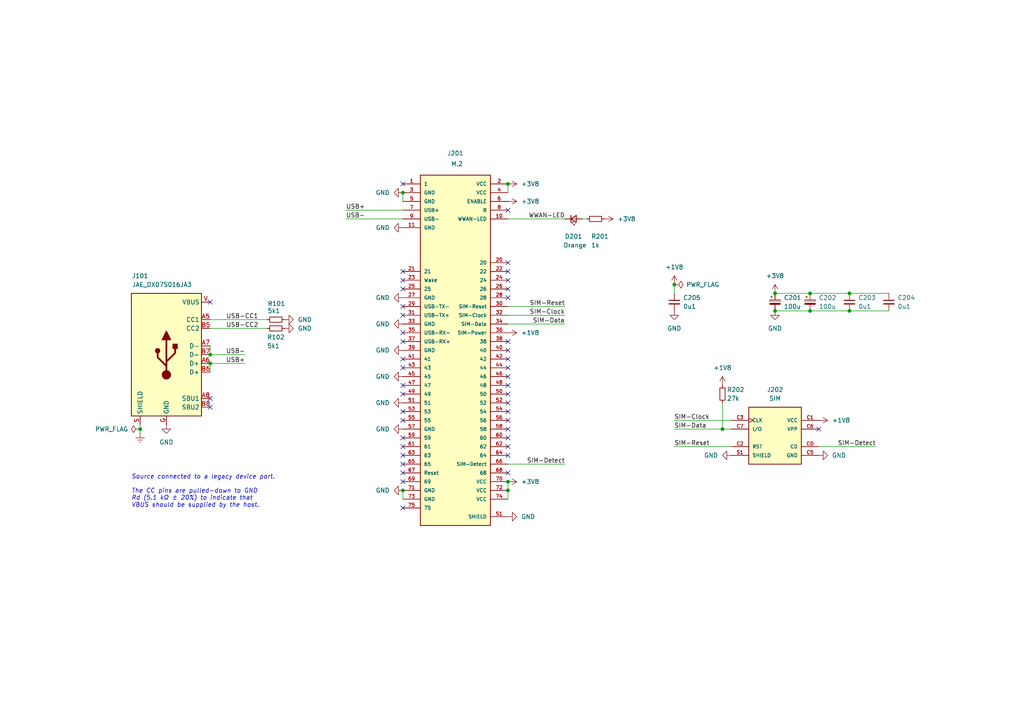
<source format=kicad_sch>
(kicad_sch (version 20231120) (generator "eeschema") (generator_version "8.0")
  (paper "A4")
  (title_block (title "Raspberry Pi 5") (date "2024-01-27") (rev "2") (company "WebThing") (comment 1 "M.2 Connector / LTE"))
  (lib_symbols
    (symbol "Device:C_Polarized_Small" (pin_numbers hide) (pin_names (offset 0.254) hide)
      (property "Reference" "C" (at 0.254 1.778 0))
      (property "Value" "C_Polarized_Small" (at 0.254 -2.032 0))
      (symbol "C_Polarized_Small_0_1"
        (rectangle (start -1.524 -0.3048) (end 1.524 -0.6858) (fill (type outline)))
        (rectangle (start -1.524 0.6858) (end 1.524 0.3048))
        (polyline (pts (xy -1.27 1.524) (xy -0.762 1.524)))
        (polyline (pts (xy -1.016 1.27) (xy -1.016 1.778)))
      )
      (symbol "C_Polarized_Small_1_1"
        (pin passive line (at 0 2.54 270) (length 1.8542) (name "~") (number "1"))
        (pin passive line (at 0 -2.54 90) (length 1.8542) (name "~") (number "2"))
      )
    )
    (symbol "Device:C_Small" (pin_numbers hide) (pin_names (offset 0.254) hide)
      (property "Reference" "C" (at 0.254 1.778 0))
      (property "Value" "C_Small" (at 0.254 -2.032 0))
      (symbol "C_Small_0_1"
        (polyline (pts (xy -1.524 -0.508) (xy 1.524 -0.508)) (stroke (width 0.3302)))
        (polyline (pts (xy -1.524 0.508) (xy 1.524 0.508)) (stroke (width 0.3048)))
      )
      (symbol "C_Small_1_1"
        (pin passive line (at 0 2.54 270) (length 2.032) (name "~") (number "1"))
        (pin passive line (at 0 -2.54 90) (length 2.032) (name "~") (number "2"))
      )
    )
    (symbol "Device:LED_Small" (pin_numbers hide) (pin_names (offset 0.254) hide)
      (property "Reference" "D" (at -1.27 3.175 0))
      (property "Value" "LED_Small" (at -4.445 -2.54 0))
      (symbol "LED_Small_0_1"
        (polyline (pts (xy -0.762 -1.016) (xy -0.762 1.016)) (stroke (width 0.254)))
        (polyline (pts (xy 1.016 0) (xy -0.762 0)))
        (polyline (pts (xy 0.762 -1.016) (xy -0.762 0) (xy 0.762 1.016) (xy 0.762 -1.016)) (stroke (width 0.254)))
        (polyline (pts (xy 0 0.762) (xy -0.508 1.27) (xy -0.254 1.27) (xy -0.508 1.27) (xy -0.508 1.016)))
        (polyline (pts (xy 0.508 1.27) (xy 0 1.778) (xy 0.254 1.778) (xy 0 1.778) (xy 0 1.524)))
      )
      (symbol "LED_Small_1_1"
        (pin passive line (at -2.54 0 0) (length 1.778) (name "K") (number "1"))
        (pin passive line (at 2.54 0 180) (length 1.778) (name "A") (number "2"))
      )
    )
    (symbol "Device:R_Small" (pin_numbers hide) (pin_names (offset 0.254) hide)
      (property "Reference" "R" (at 0.762 0.508 0))
      (property "Value" "R_Small" (at 0.762 -1.016 0))
      (symbol "R_Small_0_1"
        (rectangle (start -0.762 1.778) (end 0.762 -1.778) (stroke (width 0.2032)))
      )
      (symbol "R_Small_1_1"
        (pin passive line (at 0 2.54 270) (length 0.762) (name "~") (number "1"))
        (pin passive line (at 0 -2.54 90) (length 0.762) (name "~") (number "2"))
      )
    )
    (symbol "V2_Connector_M2:Ampthenol_MDT180B01001" (pin_names (offset 1.016))
      (property "Reference" "J" (at -10.16 51.562 0))
      (symbol "Ampthenol_MDT180B01001_0_0"
        (rectangle (start -10.16 50.8) (end 10.16 -50.8) (stroke (width 0.254)) (fill (type background)))
        (pin passive line (at -15.24 48.26 0) (length 5.08) (name "1") (number "1"))
        (pin passive line (at 15.24 25.4 180) (length 5.08) (name "20") (number "20"))
        (pin passive line (at -15.24 22.86 0) (length 5.08) (name "21") (number "21"))
        (pin passive line (at 15.24 22.86 180) (length 5.08) (name "22") (number "22"))
        (pin passive line (at 15.24 20.32 180) (length 5.08) (name "24") (number "24"))
        (pin passive line (at -15.24 17.78 0) (length 5.08) (name "25") (number "25"))
        (pin passive line (at 15.24 17.78 180) (length 5.08) (name "26") (number "26"))
        (pin passive line (at 15.24 15.24 180) (length 5.08) (name "28") (number "28"))
        (pin passive line (at 15.24 2.54 180) (length 5.08) (name "38") (number "38"))
        (pin passive line (at 15.24 0 180) (length 5.08) (name "40") (number "40"))
        (pin passive line (at -15.24 -2.54 0) (length 5.08) (name "41") (number "41"))
        (pin passive line (at 15.24 -2.54 180) (length 5.08) (name "42") (number "42"))
        (pin passive line (at -15.24 -5.08 0) (length 5.08) (name "43") (number "43"))
        (pin passive line (at 15.24 -5.08 180) (length 5.08) (name "44") (number "44"))
        (pin passive line (at -15.24 -7.62 0) (length 5.08) (name "45") (number "45"))
        (pin passive line (at 15.24 -7.62 180) (length 5.08) (name "46") (number "46"))
        (pin passive line (at -15.24 -10.16 0) (length 5.08) (name "47") (number "47"))
        (pin passive line (at 15.24 -10.16 180) (length 5.08) (name "48") (number "48"))
        (pin passive line (at -15.24 -12.7 0) (length 5.08) (name "49") (number "49"))
        (pin passive line (at 15.24 -12.7 180) (length 5.08) (name "50") (number "50"))
        (pin passive line (at -15.24 -15.24 0) (length 5.08) (name "51") (number "51"))
        (pin passive line (at 15.24 -15.24 180) (length 5.08) (name "52") (number "52"))
        (pin passive line (at -15.24 -17.78 0) (length 5.08) (name "53") (number "53"))
        (pin passive line (at 15.24 -17.78 180) (length 5.08) (name "54") (number "54"))
        (pin passive line (at -15.24 -20.32 0) (length 5.08) (name "55") (number "55"))
        (pin passive line (at 15.24 -20.32 180) (length 5.08) (name "56") (number "56"))
        (pin passive line (at 15.24 -22.86 180) (length 5.08) (name "58") (number "58"))
        (pin passive line (at -15.24 -25.4 0) (length 5.08) (name "59") (number "59"))
        (pin passive line (at 15.24 -25.4 180) (length 5.08) (name "60") (number "60"))
        (pin passive line (at -15.24 -27.94 0) (length 5.08) (name "61") (number "61"))
        (pin passive line (at 15.24 -27.94 180) (length 5.08) (name "62") (number "62"))
        (pin passive line (at -15.24 -30.48 0) (length 5.08) (name "63") (number "63"))
        (pin passive line (at 15.24 -30.48 180) (length 5.08) (name "64") (number "64"))
        (pin passive line (at -15.24 -33.02 0) (length 5.08) (name "65") (number "65"))
        (pin passive line (at -15.24 -38.1 0) (length 5.08) (name "69") (number "69"))
        (pin passive line (at -15.24 -45.72 0) (length 5.08) (name "75") (number "75"))
        (pin passive line (at 15.24 40.64 180) (length 5.08) (name "8") (number "8"))
        (pin passive line (at 15.24 -48.26 180) (length 5.08) (name "SHIELD") (number "S1"))
      )
      (symbol "Ampthenol_MDT180B01001_1_0"
        (pin passive line (at 15.24 38.1 180) (length 5.08) (name "WWAN-LED") (number "10"))
        (pin passive line (at -15.24 35.56 0) (length 5.08) (name "GND") (number "11"))
        (pin passive line (at 15.24 48.26 180) (length 5.08) (name "VCC") (number "2"))
        (pin passive line (at -15.24 20.32 0) (length 5.08) (name "Wake") (number "23"))
        (pin passive line (at -15.24 15.24 0) (length 5.08) (name "GND") (number "27"))
        (pin passive line (at -15.24 12.7 0) (length 5.08) (name "USB-TX-") (number "29"))
        (pin passive line (at -15.24 45.72 0) (length 5.08) (name "GND") (number "3"))
        (pin passive line (at 15.24 12.7 180) (length 5.08) (name "SIM-Reset") (number "30"))
        (pin passive line (at -15.24 10.16 0) (length 5.08) (name "USB-TX+") (number "31"))
        (pin passive line (at 15.24 10.16 180) (length 5.08) (name "SIM-Clock") (number "32"))
        (pin passive line (at -15.24 7.62 0) (length 5.08) (name "GND") (number "33"))
        (pin passive line (at 15.24 7.62 180) (length 5.08) (name "SIM-Data") (number "34"))
        (pin passive line (at -15.24 5.08 0) (length 5.08) (name "USB-RX-") (number "35"))
        (pin passive line (at 15.24 5.08 180) (length 5.08) (name "SIM-Power") (number "36"))
        (pin passive line (at -15.24 2.54 0) (length 5.08) (name "USB-RX+") (number "37"))
        (pin passive line (at -15.24 0 0) (length 5.08) (name "GND") (number "39"))
        (pin passive line (at 15.24 45.72 180) (length 5.08) (name "VCC") (number "4"))
        (pin passive line (at -15.24 43.18 0) (length 5.08) (name "GND") (number "5"))
        (pin passive line (at -15.24 -22.86 0) (length 5.08) (name "GND") (number "57"))
        (pin passive line (at 15.24 43.18 180) (length 5.08) (name "ENABLE") (number "6"))
        (pin passive line (at 15.24 -33.02 180) (length 5.08) (name "SIM-Detect") (number "66"))
        (pin passive line (at -15.24 -35.56 0) (length 5.08) (name "Reset") (number "67"))
        (pin passive line (at 15.24 -35.56 180) (length 5.08) (name "68") (number "68"))
        (pin passive line (at -15.24 40.64 0) (length 5.08) (name "USB+") (number "7"))
        (pin passive line (at 15.24 -38.1 180) (length 5.08) (name "VCC") (number "70"))
        (pin passive line (at -15.24 -40.64 0) (length 5.08) (name "GND") (number "71"))
        (pin passive line (at 15.24 -40.64 180) (length 5.08) (name "VCC") (number "72"))
        (pin passive line (at -15.24 -43.18 0) (length 5.08) (name "GND") (number "73"))
        (pin passive line (at 15.24 -43.18 180) (length 5.08) (name "VCC") (number "74"))
        (pin passive line (at -15.24 38.1 0) (length 5.08) (name "USB-") (number "9"))
        (pin passive line (at 15.24 -48.26 180) (length 5.08) hide (name "SHIELD") (number "S2"))
        (pin passive line (at 15.24 -48.26 180) (length 5.08) hide (name "SHIELD") (number "SCREW"))
      )
    )
    (symbol "V2_Connector_SIM:G85D1171012HHR" (pin_names (offset 1.016))
      (property "Reference" "J" (at -10.16 8.382 0))
      (property "Value" "SIM" (at -7.62 -10.795 0))
      (symbol "G85D1171012HHR_0_0"
        (rectangle (start -7.62 8.89) (end 7.62 -7.62) (stroke (width 0.254)) (fill (type background)))
        (pin power_in line (at 12.7 5.08 180) (length 5.08) (name "VCC") (number "C1"))
        (pin input line (at -12.7 -2.54 0) (length 5.08) (name "RST") (number "C2"))
        (pin power_in line (at 12.7 -5.08 180) (length 5.08) (name "GND") (number "C5"))
        (pin passive line (at 12.7 2.54 180) (length 5.08) (name "VPP") (number "C6"))
        (pin bidirectional line (at -12.7 2.54 0) (length 5.08) (name "I/O") (number "C7"))
        (pin passive line (at 12.7 -2.54 180) (length 5.08) (name "CD") (number "CD"))
      )
      (symbol "G85D1171012HHR_1_0"
        (pin input clock (at -12.7 5.08 0) (length 5.08) (name "CLK") (number "C3"))
        (pin power_in line (at -12.7 -5.08 0) (length 5.08) (name "SHIELD") (number "S1"))
        (pin passive line (at -12.7 -5.08 0) (length 5.08) hide (name "SHIELD") (number "S2"))
        (pin passive line (at -12.7 -5.08 0) (length 5.08) hide (name "SHIELD") (number "S3"))
        (pin passive line (at -12.7 -5.08 0) (length 5.08) hide (name "SHIELD") (number "S4"))
      )
    )
    (symbol "V2_Connector_USB:JAE_DX07S016JA3"
      (property "Reference" "J" (at -10.16 22.86 0))
      (property "Value" "USB-C_2.0" (at -10.16 20.5 0))
      (symbol "JAE_DX07S016JA3_0_1"
        (rectangle (start -10.16 17.78) (end 10.16 -17.78) (stroke (width 0.254)) (fill (type background)))
        (circle (center -2.54 1.143) (radius 0.635) (stroke (width 0.254)) (fill (type outline)))
        (circle (center 0 -5.842) (radius 1.27) (fill (type outline)))
        (polyline (pts (xy 0 -5.842) (xy 0 4.318)) (stroke (width 0.508)))
        (polyline (pts (xy 0 -3.302) (xy -2.54 -0.762) (xy -2.54 0.508)) (stroke (width 0.508)))
        (polyline (pts (xy 0 -2.032) (xy 2.54 0.508) (xy 2.54 1.778)) (stroke (width 0.508)))
        (polyline (pts (xy -1.27 4.318) (xy 0 6.858) (xy 1.27 4.318) (xy -1.27 4.318)) (stroke (width 0.254)) (fill (type outline)))
        (rectangle (start 1.905 1.778) (end 3.175 3.048) (stroke (width 0.254)) (fill (type outline)))
      )
      (symbol "JAE_DX07S016JA3_1_1"
        (pin bidirectional line (at 12.7 10.16 180) (length 2.54) (name "CC1") (number "A5"))
        (pin bidirectional line (at 12.7 -2.54 180) (length 2.54) (name "D+") (number "A6"))
        (pin bidirectional line (at 12.7 2.54 180) (length 2.54) (name "D-") (number "A7"))
        (pin bidirectional line (at 12.7 -12.7 180) (length 2.54) (name "SBU1") (number "A8"))
        (pin bidirectional line (at 12.7 7.62 180) (length 2.54) (name "CC2") (number "B5"))
        (pin bidirectional line (at 12.7 -5.08 180) (length 2.54) (name "D+") (number "B6"))
        (pin bidirectional line (at 12.7 0 180) (length 2.54) (name "D-") (number "B7"))
        (pin bidirectional line (at 12.7 -15.24 180) (length 2.54) (name "SBU2") (number "B8"))
        (pin passive line (at 0 -20.32 90) (length 2.54) (name "GND") (number "G"))
        (pin passive line (at -7.62 -20.32 90) (length 2.54) (name "SHIELD") (number "S"))
        (pin passive line (at 12.7 15.24 180) (length 2.54) (name "VBUS") (number "V"))
      )
    )
    (symbol "power:+1V8" (power) (pin_numbers hide) (pin_names (offset 0) hide)
      (property "Value" "+1V8" (at 0 3.556 0))
      (symbol "+1V8_0_1"
        (polyline (pts (xy -0.762 1.27) (xy 0 2.54)))
        (polyline (pts (xy 0 0) (xy 0 2.54)))
        (polyline (pts (xy 0 2.54) (xy 0.762 1.27)))
      )
      (symbol "+1V8_1_1"
        (pin power_in line (at 0 0 90) (length 0) (name "~") (number "1"))
      )
    )
    (symbol "power:+3V8" (power) (pin_numbers hide) (pin_names (offset 0) hide)
      (property "Value" "+3V8" (at 0 3.556 0))
      (symbol "+3V8_0_1"
        (polyline (pts (xy -0.762 1.27) (xy 0 2.54)))
        (polyline (pts (xy 0 0) (xy 0 2.54)))
        (polyline (pts (xy 0 2.54) (xy 0.762 1.27)))
      )
      (symbol "+3V8_1_1"
        (pin power_in line (at 0 0 90) (length 0) (name "~") (number "1"))
      )
    )
    (symbol "power:Earth" (power) (pin_numbers hide) (pin_names (offset 0) hide)
      (property "Value" "Earth" (at 0 -3.81 0))
      (symbol "Earth_0_1"
        (polyline (pts (xy -0.635 -1.905) (xy 0.635 -1.905)))
        (polyline (pts (xy -0.127 -2.54) (xy 0.127 -2.54)))
        (polyline (pts (xy 0 -1.27) (xy 0 0)))
        (polyline (pts (xy 1.27 -1.27) (xy -1.27 -1.27)))
      )
      (symbol "Earth_1_1"
        (pin power_in line (at 0 0 270) (length 0) (name "~") (number "1"))
      )
    )
    (symbol "power:GND" (power) (pin_numbers hide) (pin_names (offset 0) hide)
      (property "Value" "GND" (at 0 -3.81 0))
      (symbol "GND_0_1"
        (polyline (pts (xy 0 0) (xy 0 -1.27) (xy 1.27 -1.27) (xy 0 -2.54) (xy -1.27 -1.27) (xy 0 -1.27)))
      )
      (symbol "GND_1_1"
        (pin power_in line (at 0 0 270) (length 0) (name "~") (number "1"))
      )
    )
    (symbol "power:PWR_FLAG" (power) (pin_numbers hide) (pin_names (offset 0) hide)
      (property "Value" "PWR_FLAG" (at 0 3.81 0))
      (symbol "PWR_FLAG_0_0"
        (pin power_out line (at 0 0 90) (length 0) (name "~") (number "1"))
      )
      (symbol "PWR_FLAG_0_1"
        (polyline (pts (xy 0 0) (xy 0 1.27) (xy -1.016 1.905) (xy 0 2.54) (xy 1.016 1.905) (xy 0 1.27)))
      )
    )
  )
  (junction (at 116.84 55.88))
  (junction (at 246.38 90.17))
  (junction (at 224.79 85.09))
  (junction (at 147.32 53.34))
  (junction (at 224.79 90.17))
  (junction (at 234.95 85.09))
  (junction (at 246.38 85.09))
  (junction (at 60.96 105.41))
  (junction (at 209.55 124.46))
  (junction (at 147.32 142.24))
  (junction (at 40.64 124.46))
  (junction (at 234.95 90.17))
  (junction (at 147.32 139.7))
  (junction (at 60.96 102.87))
  (junction (at 116.84 142.24))
  (junction (at 195.58 82.55))
  (no_connect (at 147.32 86.36))
  (no_connect (at 116.84 137.16))
  (no_connect (at 116.84 132.08))
  (no_connect (at 147.32 76.2))
  (no_connect (at 147.32 101.6))
  (no_connect (at 116.84 134.62))
  (no_connect (at 116.84 91.44))
  (no_connect (at 147.32 60.96))
  (no_connect (at 116.84 129.54))
  (no_connect (at 116.84 53.34))
  (no_connect (at 147.32 99.06))
  (no_connect (at 116.84 114.3))
  (no_connect (at 147.32 104.14))
  (no_connect (at 147.32 119.38))
  (no_connect (at 116.84 147.32))
  (no_connect (at 116.84 104.14))
  (no_connect (at 147.32 137.16))
  (no_connect (at 147.32 127))
  (no_connect (at 116.84 96.52))
  (no_connect (at 116.84 106.68))
  (no_connect (at 116.84 127))
  (no_connect (at 147.32 106.68))
  (no_connect (at 147.32 109.22))
  (no_connect (at 116.84 119.38))
  (no_connect (at 147.32 124.46))
  (no_connect (at 116.84 121.92))
  (no_connect (at 116.84 111.76))
  (no_connect (at 147.32 132.08))
  (no_connect (at 116.84 83.82))
  (no_connect (at 147.32 111.76))
  (no_connect (at 116.84 99.06))
  (no_connect (at 147.32 129.54))
  (no_connect (at 116.84 81.28))
  (no_connect (at 60.96 87.63))
  (no_connect (at 147.32 81.28))
  (no_connect (at 147.32 121.92))
  (no_connect (at 116.84 78.74))
  (no_connect (at 237.49 124.46))
  (no_connect (at 147.32 78.74))
  (no_connect (at 147.32 116.84))
  (no_connect (at 116.84 139.7))
  (no_connect (at 60.96 115.57))
  (no_connect (at 147.32 114.3))
  (no_connect (at 147.32 83.82))
  (no_connect (at 60.96 118.11))
  (no_connect (at 116.84 88.9))
  (wire (pts (xy 116.84 63.5) (xy 100.33 63.5)))
  (wire (pts (xy 212.09 129.54) (xy 195.58 129.54)))
  (wire (pts (xy 60.96 105.41) (xy 71.12 105.41)))
  (wire (pts (xy 116.84 55.88) (xy 116.84 58.42)))
  (wire (pts (xy 212.09 124.46) (xy 209.55 124.46)))
  (wire (pts (xy 209.55 124.46) (xy 195.58 124.46)))
  (wire (pts (xy 163.83 91.44) (xy 147.32 91.44)))
  (wire (pts (xy 195.58 85.09) (xy 195.58 82.55)))
  (wire (pts (xy 209.55 116.84) (xy 209.55 124.46)))
  (wire (pts (xy 60.96 100.33) (xy 60.96 102.87)))
  (wire (pts (xy 212.09 121.92) (xy 195.58 121.92)))
  (wire (pts (xy 246.38 90.17) (xy 257.81 90.17)))
  (wire (pts (xy 163.83 93.98) (xy 147.32 93.98)))
  (wire (pts (xy 60.96 92.71) (xy 77.47 92.71)))
  (wire (pts (xy 116.84 142.24) (xy 116.84 144.78)))
  (wire (pts (xy 147.32 53.34) (xy 147.32 55.88)))
  (wire (pts (xy 163.83 134.62) (xy 147.32 134.62)))
  (wire (pts (xy 60.96 95.25) (xy 77.47 95.25)))
  (wire (pts (xy 163.83 88.9) (xy 147.32 88.9)))
  (wire (pts (xy 60.96 102.87) (xy 71.12 102.87)))
  (wire (pts (xy 224.79 90.17) (xy 234.95 90.17)))
  (wire (pts (xy 234.95 90.17) (xy 246.38 90.17)))
  (wire (pts (xy 60.96 105.41) (xy 60.96 107.95)))
  (wire (pts (xy 116.84 60.96) (xy 100.33 60.96)))
  (wire (pts (xy 40.64 125.73) (xy 40.64 124.46)))
  (wire (pts (xy 147.32 139.7) (xy 147.32 142.24)))
  (wire (pts (xy 246.38 85.09) (xy 257.81 85.09)))
  (wire (pts (xy 40.64 124.46) (xy 40.64 123.19)))
  (wire (pts (xy 234.95 85.09) (xy 246.38 85.09)))
  (wire (pts (xy 147.32 142.24) (xy 147.32 144.78)))
  (wire (pts (xy 163.83 63.5) (xy 147.32 63.5)))
  (wire (pts (xy 224.79 85.09) (xy 234.95 85.09)))
  (wire (pts (xy 168.91 63.5) (xy 170.18 63.5)))
  (wire (pts (xy 254 129.54) (xy 237.49 129.54)))
  (text "﻿Source connected to a legacy device port.\n\nThe CC pins are pulled-down to GND\nRd (5.1 kΩ ± 20%) to indicate that\nVBUS should be supplied by the host. " (at 38.1 147.32 0) (effects (font (size 1.27 1.27) (italic yes)) (justify left bottom)))
  (label "USB-" (at 100.33 63.5 0))
  (label "SIM-Detect" (at 254 129.54 180))
  (label "USB-" (at 71.12 102.87 180))
  (label "WWAN-LED" (at 163.83 63.5 180))
  (label "SIM-Data" (at 163.83 93.98 180))
  (label "SIM-Detect" (at 163.83 134.62 180))
  (label "SIM-Clock" (at 195.58 121.92 0))
  (label "USB+" (at 71.12 105.41 180))
  (label "SIM-Reset" (at 163.83 88.9 180))
  (label "USB+" (at 100.33 60.96 0))
  (label "SIM-Clock" (at 163.83 91.44 180))
  (label "SIM-Data" (at 195.58 124.46 0))
  (label "USB-CC2" (at 74.93 95.25 180))
  (label "SIM-Reset" (at 195.58 129.54 0))
  (label "USB-CC1" (at 74.93 92.71 180))
  (symbol (lib_id "Device:R_Small") (at 80.01 95.25 90) (unit 1)
    (property "Reference" "R102" (at 77.4699 97.79 90) (effects (justify right)))
    (property "Value" "5k1" (at 77.4699 100.33 90) (effects (justify right)))
    (property "Footprint" "Resistor_SMD:R_0603_1608Metric" (effects (hide yes)))
  )
  (symbol (lib_id "power:+3V8") (at 147.32 53.34 270) (unit 1)
    (property "Reference" "#PWR0207" (effects (hide yes)))
    (property "Value" "+3V8" (at 151.13 53.34 90) (effects (justify left)))
  )
  (symbol (lib_id "Device:R_Small") (at 172.72 63.5 90) (unit 1)
    (property "Reference" "R201" (at 171.45 68.58 90) (effects (justify right)))
    (property "Value" "1k" (at 171.45 71.12 90) (effects (justify right)))
    (property "Footprint" "Resistor_SMD:R_0603_1608Metric" (effects (hide yes)))
  )
  (symbol (lib_id "power:GND") (at 82.55 92.71 90) (unit 1)
    (property "Reference" "#PWR0104" (effects (hide yes)))
    (property "Value" "GND" (at 86.36 92.7099 90) (effects (justify right)))
  )
  (symbol (lib_id "power:GND") (at 116.84 124.46 270) (unit 1)
    (property "Reference" "#PWR0205" (effects (hide yes)))
    (property "Value" "GND" (at 113.03 124.46 90) (effects (justify right)))
  )
  (symbol (lib_id "power:Earth") (at 40.64 125.73 0) (unit 1)
    (property "Reference" "#PWR0222" (effects (hide yes)))
    (property "Value" "Earth" (effects (hide yes)))
  )
  (symbol (lib_id "power:GND") (at 116.84 86.36 270) (unit 1)
    (property "Reference" "#PWR0202" (effects (hide yes)))
    (property "Value" "GND" (at 113.03 86.36 90) (effects (justify right)))
  )
  (symbol (lib_id "power:GND") (at 237.49 132.08 90) (unit 1)
    (property "Reference" "#PWR0212" (effects (hide yes)))
    (property "Value" "GND" (at 241.3 132.08 90) (effects (justify right)))
  )
  (symbol (lib_id "power:GND") (at 116.84 142.24 270) (unit 1)
    (property "Reference" "#PWR0206" (effects (hide yes)))
    (property "Value" "GND" (at 113.03 142.24 90) (effects (justify right)))
  )
  (symbol (lib_id "power:PWR_FLAG") (at 195.58 82.55 270) (unit 1)
    (property "Reference" "#FLG0201" (effects (hide yes)))
    (property "Value" "PWR_FLAG" (at 203.835 82.55 90))
  )
  (symbol (lib_id "power:+3V8") (at 147.32 139.7 270) (unit 1)
    (property "Reference" "#PWR0208" (effects (hide yes)))
    (property "Value" "+3V8" (at 151.13 139.7 90) (effects (justify left)))
  )
  (symbol (lib_id "power:GND") (at 116.84 109.22 270) (unit 1)
    (property "Reference" "#PWR0223" (effects (hide yes)))
    (property "Value" "GND" (at 113.03 109.22 90) (effects (justify right)))
  )
  (symbol (lib_id "power:GND") (at 82.55 95.25 90) (unit 1)
    (property "Reference" "#PWR0105" (effects (hide yes)))
    (property "Value" "GND" (at 86.36 95.2499 90) (effects (justify right)))
  )
  (symbol (lib_id "power:+3V8") (at 175.26 63.5 270) (unit 1)
    (property "Reference" "#PWR0214" (effects (hide yes)))
    (property "Value" "+3V8" (at 179.07 63.5 90) (effects (justify left)))
  )
  (symbol (lib_id "Device:C_Small") (at 257.81 87.63 0) (unit 1)
    (property "Reference" "C204" (at 260.35 86.36 0) (effects (justify left)))
    (property "Value" "0u1" (at 260.35 88.9 0) (effects (justify left)))
    (property "Footprint" "Capacitor_SMD:C_0603_1608Metric" (effects (hide yes)))
  )
  (symbol (lib_id "Device:LED_Small") (at 166.37 63.5 0) (mirror x) (unit 1)
    (property "Reference" "D201" (at 168.91 68.58 0) (effects (justify right)))
    (property "Value" "Orange" (at 170.18 71.12 0) (effects (justify right)))
    (property "Footprint" "LED_SMD:LED_0603_1608Metric" (effects (hide yes)))
  )
  (symbol (lib_id "power:GND") (at 116.84 55.88 270) (unit 1)
    (property "Reference" "#PWR0201" (effects (hide yes)))
    (property "Value" "GND" (at 113.03 55.88 90) (effects (justify right)))
  )
  (symbol (lib_id "power:GND") (at 116.84 93.98 270) (unit 1)
    (property "Reference" "#PWR0203" (effects (hide yes)))
    (property "Value" "GND" (at 113.03 93.98 90) (effects (justify right)))
  )
  (symbol (lib_id "V2_Connector_USB:JAE_DX07S016JA3") (at 48.26 102.87 0) (unit 1)
    (property "Reference" "J101" (at 40.64 80.01 0))
    (property "Value" "JAE_DX07S016JA3" (at 46.99 82.55 0))
    (property "Footprint" "V2_Connector_USB:JAE_DX07S016JA3" (effects (hide yes)))
    (property "Datasheet" "https://www.usb.org/sites/default/files/documents/usb_type-c.zip" (effects (hide yes)))
    (property "Sim.Enable" "0" (effects (hide yes)))
  )
  (symbol (lib_id "V2_Connector_SIM:G85D1171012HHR") (at 224.79 127 0) (unit 1)
    (property "Reference" "J202" (at 224.79 113.03 0))
    (property "Value" "SIM" (at 224.79 115.57 0))
    (property "Footprint" "V2_Connector_SIM:Amphenol_G85D1171012HHR" (effects (hide yes)))
    (property "Sim.Enable" "0" (effects (hide yes)))
  )
  (symbol (lib_id "power:+1V8") (at 195.58 82.55 0) (unit 1)
    (property "Reference" "#PWR0217" (effects (hide yes)))
    (property "Value" "+1V8" (at 195.58 77.47 0))
  )
  (symbol (lib_id "power:GND") (at 212.09 132.08 270) (unit 1)
    (property "Reference" "#PWR0213" (effects (hide yes)))
    (property "Value" "GND" (at 208.28 132.08 90) (effects (justify right)))
  )
  (symbol (lib_id "power:GND") (at 195.58 90.17 0) (unit 1)
    (property "Reference" "#PWR0218" (effects (hide yes)))
    (property "Value" "GND" (at 195.58 95.25 0))
  )
  (symbol (lib_id "power:PWR_FLAG") (at 40.64 124.46 90) (unit 1)
    (property "Reference" "#FLG0202" (effects (hide yes)))
    (property "Value" "PWR_FLAG" (at 32.385 124.46 90))
  )
  (symbol (lib_id "power:+3V8") (at 147.32 58.42 270) (unit 1)
    (property "Reference" "#PWR0209" (effects (hide yes)))
    (property "Value" "+3V8" (at 151.13 58.42 90) (effects (justify left)))
  )
  (symbol (lib_id "power:+1V8") (at 237.49 121.92 270) (unit 1)
    (property "Reference" "#PWR0220" (effects (hide yes)))
    (property "Value" "+1V8" (at 241.3 121.92 90) (effects (justify left)))
  )
  (symbol (lib_id "power:GND") (at 116.84 101.6 270) (unit 1)
    (property "Reference" "#PWR0204" (effects (hide yes)))
    (property "Value" "GND" (at 113.03 101.6 90) (effects (justify right)))
  )
  (symbol (lib_id "Device:R_Small") (at 80.01 92.71 90) (unit 1)
    (property "Reference" "R101" (at 82.7509 88.0654 90) (effects (justify left)))
    (property "Value" "5k1" (at 81.2799 90.17 90) (effects (justify left)))
    (property "Footprint" "Resistor_SMD:R_0603_1608Metric" (effects (hide yes)))
  )
  (symbol (lib_id "power:GND") (at 116.84 66.04 270) (unit 1)
    (property "Reference" "#PWR0210" (effects (hide yes)))
    (property "Value" "GND" (at 113.03 66.04 90) (effects (justify right)))
  )
  (symbol (lib_id "Device:C_Polarized_Small") (at 234.95 87.63 0) (unit 1)
    (property "Reference" "C202" (at 237.49 86.36 0) (effects (justify left)))
    (property "Value" "100u" (at 237.49 88.9 0) (effects (justify left)))
    (property "Footprint" "Capacitor_Tantalum_SMD:CP_EIA-3528-21_Kemet-B" (effects (hide yes)))
  )
  (symbol (lib_id "power:+1V8") (at 209.55 111.76 0) (unit 1)
    (property "Reference" "#PWR0221" (effects (hide yes)))
    (property "Value" "+1V8" (at 209.55 106.68 0))
  )
  (symbol (lib_id "Device:C_Small") (at 246.38 87.63 0) (unit 1)
    (property "Reference" "C203" (at 248.92 86.36 0) (effects (justify left)))
    (property "Value" "0u1" (at 248.92 88.9 0) (effects (justify left)))
    (property "Footprint" "Capacitor_SMD:C_0603_1608Metric" (effects (hide yes)))
  )
  (symbol (lib_id "power:GND") (at 224.79 90.17 0) (unit 1)
    (property "Reference" "#PWR0215" (effects (hide yes)))
    (property "Value" "GND" (at 224.79 95.25 0))
  )
  (symbol (lib_id "power:GND") (at 147.32 149.86 90) (unit 1)
    (property "Reference" "#PWR0211" (effects (hide yes)))
    (property "Value" "GND" (at 151.13 149.86 90) (effects (justify right)))
  )
  (symbol (lib_id "Device:C_Polarized_Small") (at 224.79 87.63 0) (unit 1)
    (property "Reference" "C201" (at 227.33 86.36 0) (effects (justify left)))
    (property "Value" "100u" (at 227.33 88.9 0) (effects (justify left)))
    (property "Footprint" "Capacitor_Tantalum_SMD:CP_EIA-3528-21_Kemet-B" (effects (hide yes)))
  )
  (symbol (lib_id "power:+1V8") (at 147.32 96.52 270) (unit 1)
    (property "Reference" "#PWR0219" (effects (hide yes)))
    (property "Value" "+1V8" (at 151.13 96.52 90) (effects (justify left)))
  )
  (symbol (lib_id "power:GND") (at 48.26 123.19 0) (unit 1)
    (property "Reference" "#PWR0107" (effects (hide yes)))
    (property "Value" "GND" (at 48.26 128.27 0))
  )
  (symbol (lib_id "power:+3V8") (at 224.79 85.09 0) (unit 1)
    (property "Reference" "#PWR0216" (effects (hide yes)))
    (property "Value" "+3V8" (at 224.79 80.01 0))
  )
  (symbol (lib_id "power:GND") (at 116.84 116.84 270) (unit 1)
    (property "Reference" "#PWR0224" (effects (hide yes)))
    (property "Value" "GND" (at 113.03 116.84 90) (effects (justify right)))
  )
  (symbol (lib_id "Device:R_Small") (at 209.55 114.3 0) (unit 1)
    (property "Reference" "R202" (at 210.82 113.03 0) (effects (justify left)))
    (property "Value" "27k" (at 210.82 115.57 0) (effects (justify left)))
    (property "Footprint" "Resistor_SMD:R_0603_1608Metric" (effects (hide yes)))
  )
  (symbol (lib_id "V2_Connector_M2:Ampthenol_MDT180B01001") (at 132.08 101.6 0) (unit 1)
    (property "Reference" "J201" (at 132.08 44.45 0))
    (property "Value" "M.2" (at 130.81 48.26 0) (effects (justify left bottom)))
    (property "Footprint" "V2_Connector_M2:MDT180B01001" (effects (hide yes)))
    (property "Sim.Enable" "0" (effects (hide yes)))
  )
  (symbol (lib_id "Device:C_Small") (at 195.58 87.63 0) (unit 1)
    (property "Reference" "C205" (at 198.12 86.36 0) (effects (justify left)))
    (property "Value" "0u1" (at 198.12 88.9 0) (effects (justify left)))
    (property "Footprint" "Capacitor_SMD:C_0603_1608Metric" (effects (hide yes)))
  )
)
</source>
